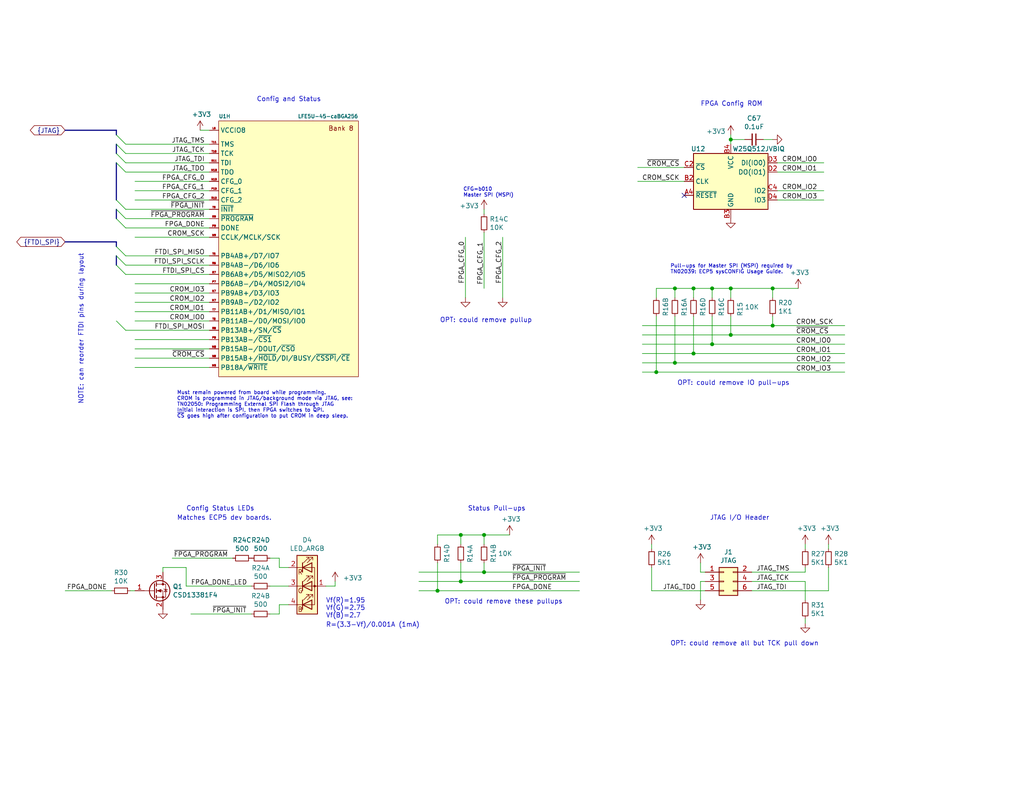
<source format=kicad_sch>
(kicad_sch (version 20200512) (host eeschema "(5.99.0-1839-gb83d64fc0)")
  (page 1 8)
  (paper "USLetter")
  (title_block (title "FPGA Config") (rev "r0A"))
  (junction (at 119.38 161.29))
  (junction (at 125.73 146.05))
  (junction (at 125.73 158.75))
  (junction (at 132.08 146.05))
  (junction (at 132.08 156.21))
  (junction (at 179.07 101.6))
  (junction (at 184.15 78.74))
  (junction (at 184.15 99.06))
  (junction (at 189.23 78.74))
  (junction (at 189.23 96.52))
  (junction (at 194.31 78.74))
  (junction (at 194.31 93.98))
  (junction (at 199.39 38.1))
  (junction (at 199.39 78.74))
  (junction (at 199.39 91.44))
  (junction (at 210.82 78.74))
  (junction (at 210.82 88.9))
  (no_connect (at 186.69 53.34))
  (bus_entry (at 31.75 36.83) (size 2.54 2.54))
  (bus_entry (at 31.75 39.37) (size 2.54 2.54))
  (bus_entry (at 31.75 41.91) (size 2.54 2.54))
  (bus_entry (at 31.75 44.45) (size 2.54 2.54))
  (bus_entry (at 31.75 54.61) (size 2.54 2.54))
  (bus_entry (at 31.75 57.15) (size 2.54 2.54))
  (bus_entry (at 31.75 59.69) (size 2.54 2.54))
  (bus_entry (at 31.75 67.31) (size 2.54 2.54))
  (bus_entry (at 31.75 69.85) (size 2.54 2.54))
  (bus_entry (at 31.75 72.39) (size 2.54 2.54))
  (bus_entry (at 31.75 87.63) (size 2.54 2.54))
  (wire (pts (xy 17.78 161.29) (xy 30.48 161.29)))
  (wire (pts (xy 34.29 39.37) (xy 57.15 39.37)))
  (wire (pts (xy 34.29 41.91) (xy 57.15 41.91)))
  (wire (pts (xy 34.29 44.45) (xy 57.15 44.45)))
  (wire (pts (xy 34.29 46.99) (xy 57.15 46.99)))
  (wire (pts (xy 34.29 57.15) (xy 57.15 57.15)))
  (wire (pts (xy 34.29 59.69) (xy 57.15 59.69)))
  (wire (pts (xy 34.29 62.23) (xy 57.15 62.23)))
  (wire (pts (xy 34.29 69.85) (xy 57.15 69.85)))
  (wire (pts (xy 34.29 72.39) (xy 57.15 72.39)))
  (wire (pts (xy 34.29 74.93) (xy 57.15 74.93)))
  (wire (pts (xy 34.29 90.17) (xy 57.15 90.17)))
  (wire (pts (xy 35.56 161.29) (xy 36.83 161.29)))
  (wire (pts (xy 36.83 49.53) (xy 57.15 49.53)))
  (wire (pts (xy 36.83 52.07) (xy 57.15 52.07)))
  (wire (pts (xy 36.83 54.61) (xy 57.15 54.61)))
  (wire (pts (xy 36.83 64.77) (xy 57.15 64.77)))
  (wire (pts (xy 36.83 77.47) (xy 57.15 77.47)))
  (wire (pts (xy 36.83 80.01) (xy 57.15 80.01)))
  (wire (pts (xy 36.83 82.55) (xy 57.15 82.55)))
  (wire (pts (xy 36.83 85.09) (xy 57.15 85.09)))
  (wire (pts (xy 36.83 87.63) (xy 57.15 87.63)))
  (wire (pts (xy 36.83 92.71) (xy 57.15 92.71)))
  (wire (pts (xy 36.83 95.25) (xy 57.15 95.25)))
  (wire (pts (xy 36.83 97.79) (xy 57.15 97.79)))
  (wire (pts (xy 36.83 100.33) (xy 57.15 100.33)))
  (wire (pts (xy 44.45 154.94) (xy 44.45 156.21)))
  (wire (pts (xy 44.45 154.94) (xy 50.8 154.94)))
  (wire (pts (xy 46.99 152.4) (xy 63.5 152.4)))
  (wire (pts (xy 50.8 154.94) (xy 50.8 160.02)))
  (wire (pts (xy 50.8 160.02) (xy 68.58 160.02)))
  (wire (pts (xy 52.07 167.64) (xy 68.58 167.64)))
  (wire (pts (xy 54.61 35.56) (xy 57.15 35.56)))
  (wire (pts (xy 73.66 160.02) (xy 78.74 160.02)))
  (wire (pts (xy 73.66 167.64) (xy 76.2 167.64)))
  (wire (pts (xy 76.2 152.4) (xy 73.66 152.4)))
  (wire (pts (xy 76.2 154.94) (xy 76.2 152.4)))
  (wire (pts (xy 76.2 165.1) (xy 76.2 167.64)))
  (wire (pts (xy 78.74 154.94) (xy 76.2 154.94)))
  (wire (pts (xy 78.74 165.1) (xy 76.2 165.1)))
  (wire (pts (xy 88.9 160.02) (xy 91.44 160.02)))
  (wire (pts (xy 91.44 158.75) (xy 91.44 160.02)))
  (wire (pts (xy 114.3 156.21) (xy 132.08 156.21)))
  (wire (pts (xy 114.3 158.75) (xy 125.73 158.75)))
  (wire (pts (xy 114.3 161.29) (xy 119.38 161.29)))
  (wire (pts (xy 119.38 146.05) (xy 125.73 146.05)))
  (wire (pts (xy 119.38 148.59) (xy 119.38 146.05)))
  (wire (pts (xy 119.38 153.67) (xy 119.38 161.29)))
  (wire (pts (xy 119.38 161.29) (xy 158.115 161.29)))
  (wire (pts (xy 125.73 146.05) (xy 132.08 146.05)))
  (wire (pts (xy 125.73 148.59) (xy 125.73 146.05)))
  (wire (pts (xy 125.73 158.75) (xy 125.73 153.67)))
  (wire (pts (xy 125.73 158.75) (xy 158.115 158.75)))
  (wire (pts (xy 127 81.28) (xy 127 64.77)))
  (wire (pts (xy 132.08 57.15) (xy 132.08 58.42)))
  (wire (pts (xy 132.08 63.5) (xy 132.08 78.74)))
  (wire (pts (xy 132.08 146.05) (xy 132.08 148.59)))
  (wire (pts (xy 132.08 146.05) (xy 139.065 146.05)))
  (wire (pts (xy 132.08 153.67) (xy 132.08 156.21)))
  (wire (pts (xy 132.08 156.21) (xy 158.115 156.21)))
  (wire (pts (xy 137.16 64.77) (xy 137.16 81.28)))
  (wire (pts (xy 173.99 49.53) (xy 186.69 49.53)))
  (wire (pts (xy 175.26 88.9) (xy 210.82 88.9)))
  (wire (pts (xy 175.26 91.44) (xy 199.39 91.44)))
  (wire (pts (xy 175.26 93.98) (xy 194.31 93.98)))
  (wire (pts (xy 175.26 96.52) (xy 189.23 96.52)))
  (wire (pts (xy 175.26 99.06) (xy 184.15 99.06)))
  (wire (pts (xy 175.26 101.6) (xy 179.07 101.6)))
  (wire (pts (xy 177.8 148.59) (xy 177.8 149.86)))
  (wire (pts (xy 177.8 154.94) (xy 177.8 161.29)))
  (wire (pts (xy 177.8 161.29) (xy 192.405 161.29)))
  (wire (pts (xy 179.07 78.74) (xy 179.07 81.28)))
  (wire (pts (xy 179.07 86.36) (xy 179.07 101.6)))
  (wire (pts (xy 179.07 101.6) (xy 230.505 101.6)))
  (wire (pts (xy 184.15 78.74) (xy 179.07 78.74)))
  (wire (pts (xy 184.15 78.74) (xy 184.15 81.28)))
  (wire (pts (xy 184.15 78.74) (xy 189.23 78.74)))
  (wire (pts (xy 184.15 86.36) (xy 184.15 99.06)))
  (wire (pts (xy 184.15 99.06) (xy 230.505 99.06)))
  (wire (pts (xy 186.69 45.72) (xy 173.99 45.72)))
  (wire (pts (xy 189.23 78.74) (xy 189.23 81.28)))
  (wire (pts (xy 189.23 78.74) (xy 194.31 78.74)))
  (wire (pts (xy 189.23 96.52) (xy 189.23 86.36)))
  (wire (pts (xy 189.23 96.52) (xy 230.505 96.52)))
  (wire (pts (xy 191.135 153.67) (xy 191.135 156.21)))
  (wire (pts (xy 191.135 158.75) (xy 192.405 158.75)))
  (wire (pts (xy 191.135 163.83) (xy 191.135 158.75)))
  (wire (pts (xy 192.405 156.21) (xy 191.135 156.21)))
  (wire (pts (xy 194.31 78.74) (xy 194.31 81.28)))
  (wire (pts (xy 194.31 78.74) (xy 199.39 78.74)))
  (wire (pts (xy 194.31 93.98) (xy 194.31 86.36)))
  (wire (pts (xy 194.31 93.98) (xy 230.505 93.98)))
  (wire (pts (xy 199.39 36.83) (xy 199.39 38.1)))
  (wire (pts (xy 199.39 38.1) (xy 199.39 39.37)))
  (wire (pts (xy 199.39 38.1) (xy 203.2 38.1)))
  (wire (pts (xy 199.39 78.74) (xy 199.39 81.28)))
  (wire (pts (xy 199.39 78.74) (xy 210.82 78.74)))
  (wire (pts (xy 199.39 86.36) (xy 199.39 91.44)))
  (wire (pts (xy 199.39 91.44) (xy 230.505 91.44)))
  (wire (pts (xy 205.105 156.21) (xy 219.71 156.21)))
  (wire (pts (xy 205.105 158.75) (xy 219.71 158.75)))
  (wire (pts (xy 205.105 161.29) (xy 226.06 161.29)))
  (wire (pts (xy 208.28 38.1) (xy 210.82 38.1)))
  (wire (pts (xy 210.82 78.74) (xy 210.82 81.28)))
  (wire (pts (xy 210.82 78.74) (xy 217.805 78.74)))
  (wire (pts (xy 210.82 86.36) (xy 210.82 88.9)))
  (wire (pts (xy 210.82 88.9) (xy 230.505 88.9)))
  (wire (pts (xy 212.09 46.99) (xy 224.79 46.99)))
  (wire (pts (xy 212.09 52.07) (xy 224.79 52.07)))
  (wire (pts (xy 219.71 148.59) (xy 219.71 149.86)))
  (wire (pts (xy 219.71 156.21) (xy 219.71 154.94)))
  (wire (pts (xy 219.71 158.75) (xy 219.71 163.83)))
  (wire (pts (xy 219.71 168.91) (xy 219.71 170.18)))
  (wire (pts (xy 224.79 44.45) (xy 212.09 44.45)))
  (wire (pts (xy 224.79 54.61) (xy 212.09 54.61)))
  (wire (pts (xy 226.06 148.59) (xy 226.06 149.86)))
  (wire (pts (xy 226.06 161.29) (xy 226.06 154.94)))
  (bus (pts (xy 17.78 35.56) (xy 31.75 35.56)))
  (bus (pts (xy 17.78 66.04) (xy 31.75 66.04)))
  (bus (pts (xy 31.75 35.56) (xy 31.75 39.37)))
  (bus (pts (xy 31.75 39.37) (xy 31.75 44.45)))
  (bus (pts (xy 31.75 44.45) (xy 31.75 57.15)))
  (bus (pts (xy 31.75 57.15) (xy 31.75 59.69)))
  (bus (pts (xy 31.75 66.04) (xy 31.75 69.85)))
  (bus (pts (xy 31.75 69.85) (xy 31.75 87.63)))
  (text "NOTE: can reorder FTDI pins during layout" (at 22.86 110.49 90) (effects (font (size 1.27 1.27)) (justify left bottom)))
  (text "Must remain powered from board while programming.\nCROM is programmed in JTAG/background mode via JTAG, see:\nTN02050: Programming External SPI Flash through JTAG\nInitial interaction is SPI, then FPGA switches to QPI.\n~CS~ goes high after configuration to put CROM in deep sleep." (at 48.26 114.3 0) (effects (font (size 0.9906 0.9906)) (justify left bottom)))
  (text "Matches ECP5 dev boards." (at 48.26 142.24 0) (effects (font (size 1.27 1.27)) (justify left bottom)))
  (text "Config Status LEDs" (at 50.8 139.7 0) (effects (font (size 1.27 1.27)) (justify left bottom)))
  (text "Config and Status" (at 87.63 27.94 180) (effects (font (size 1.27 1.27)) (justify right bottom)))
  (text "Vf(R)=1.95\nVf(G)=2.75\nVf(B)=2.7" (at 88.9 168.91 0) (effects (font (size 1.27 1.27)) (justify left bottom)))
  (text "R=(3.3-Vf)/0.001A (1mA)" (at 88.9 171.45 0) (effects (font (size 1.27 1.27)) (justify left bottom)))
  (text "OPT: could remove pullup" (at 120.015 88.265 0) (effects (font (size 1.27 1.27)) (justify left bottom)))
  (text "OPT: could remove these pullups" (at 121.285 165.1 0) (effects (font (size 1.27 1.27)) (justify left bottom)))
  (text "CFG=b010\nMaster SPI (MSPI)" (at 126.365 53.975 0) (effects (font (size 0.9906 0.9906)) (justify left bottom)))
  (text "Status Pull-ups" (at 127.635 139.7 0) (effects (font (size 1.27 1.27)) (justify left bottom)))
  (text "Pull-ups for Master SPI (MSPI) required by\nTN02039: ECP5 sysCONFIG Usage Guide." (at 182.88 74.93 0) (effects (font (size 0.9906 0.9906)) (justify left bottom)))
  (text "OPT: could remove all but TCK pull down" (at 182.88 176.53 0) (effects (font (size 1.27 1.27)) (justify left bottom)))
  (text "OPT: could remove IO pull-ups" (at 184.785 105.41 0) (effects (font (size 1.27 1.27)) (justify left bottom)))
  (text "FPGA Config ROM" (at 191.135 29.21 0) (effects (font (size 1.27 1.27)) (justify left bottom)))
  (text "JTAG I/O Header" (at 193.675 142.24 0) (effects (font (size 1.27 1.27)) (justify left bottom)))
  (label "FPGA_DONE" (at 29.21 161.29 180))
  (label "FPGA_DONE_LED" (at 52.07 160.02 0))
  (label "JTAG_TMS" (at 55.88 39.37 180))
  (label "JTAG_TCK" (at 55.88 41.91 180))
  (label "JTAG_TDI" (at 55.88 44.45 180))
  (label "JTAG_TDO" (at 55.88 46.99 180))
  (label "FPGA_CFG_0" (at 55.88 49.53 180))
  (label "FPGA_CFG_1" (at 55.88 52.07 180))
  (label "FPGA_CFG_2" (at 55.88 54.61 180))
  (label "~FPGA_INIT" (at 55.88 57.15 180))
  (label "~FPGA_PROGRAM" (at 55.88 59.69 180))
  (label "FPGA_DONE" (at 55.88 62.23 180))
  (label "CROM_SCK" (at 55.88 64.77 180))
  (label "FTDI_SPI_MISO" (at 55.88 69.85 180))
  (label "FTDI_SPI_SCLK" (at 55.88 72.39 180))
  (label "FTDI_SPI_CS" (at 55.88 74.93 180))
  (label "CROM_IO3" (at 55.88 80.01 180))
  (label "CROM_IO2" (at 55.88 82.55 180))
  (label "CROM_IO1" (at 55.88 85.09 180))
  (label "CROM_IO0" (at 55.88 87.63 180))
  (label "FTDI_SPI_MOSI" (at 55.88 90.17 180))
  (label "~CROM_CS" (at 55.88 97.79 180))
  (label "~FPGA_PROGRAM" (at 62.23 152.4 180))
  (label "~FPGA_INIT" (at 67.31 167.64 180))
  (label "FPGA_CFG_0" (at 127 77.47 90))
  (label "FPGA_CFG_1" (at 132.08 66.04 270))
  (label "FPGA_CFG_2" (at 137.16 77.47 90))
  (label "~FPGA_INIT" (at 139.7 156.21 0))
  (label "~FPGA_PROGRAM" (at 139.7 158.75 0))
  (label "FPGA_DONE" (at 139.7 161.29 0))
  (label "~CROM_CS" (at 185.42 45.72 180))
  (label "CROM_SCK" (at 185.42 49.53 180))
  (label "JTAG_TDO" (at 189.865 161.29 180))
  (label "JTAG_TMS" (at 206.375 156.21 0))
  (label "JTAG_TCK" (at 206.375 158.75 0))
  (label "JTAG_TDI" (at 206.375 161.29 0))
  (label "CROM_IO0" (at 213.36 44.45 0))
  (label "CROM_IO1" (at 213.36 46.99 0))
  (label "CROM_IO2" (at 213.36 52.07 0))
  (label "CROM_IO3" (at 213.36 54.61 0))
  (label "CROM_SCK" (at 217.17 88.9 0))
  (label "~CROM_CS" (at 217.17 91.44 0))
  (label "CROM_IO0" (at 217.17 93.98 0))
  (label "CROM_IO1" (at 217.17 96.52 0))
  (label "CROM_IO2" (at 217.17 99.06 0))
  (label "CROM_IO3" (at 217.17 101.6 0))
  (global_label "{JTAG}" (shape tri_state) (at 17.78 35.56 180))
  (global_label "{FTDI_SPI}" (shape tri_state) (at 17.78 66.04 180))
  (symbol (lib_id "power:+3V3") (at 54.61 35.56 0) (unit 1)
    (property "Reference" "#PWR0143" (effects hide))
    (property "Value" "+3V3" (at 54.9783 31.2356 0))
  )
  (symbol (lib_id "power:+3V3") (at 91.44 158.75 0) (unit 1)
    (property "Reference" "#PWR0206" (effects hide))
    (property "Value" "+3V3" (at 93.5737 157.7975 0) (effects (justify left)))
  )
  (symbol (lib_id "power:+3V3") (at 132.08 57.15 0) (unit 1)
    (property "Reference" "#PWR0144" (effects hide))
    (property "Value" "+3V3" (at 130.6829 56.1975 0) (effects (justify right)))
  )
  (symbol (lib_id "power:+3V3") (at 139.065 146.05 0) (unit 1)
    (property "Reference" "#PWR0145" (effects hide))
    (property "Value" "+3V3" (at 139.4333 141.7256 0))
  )
  (symbol (lib_id "power:+3V3") (at 177.8 148.59 0) (unit 1)
    (property "Reference" "#PWR0148" (effects hide))
    (property "Value" "+3V3" (at 178.1683 144.2656 0))
  )
  (symbol (lib_id "power:+3V3") (at 191.135 153.67 0) (unit 1)
    (property "Reference" "#PWR0229" (effects hide))
    (property "Value" "+3V3" (at 191.5033 149.3456 0))
  )
  (symbol (lib_id "power:+3V3") (at 199.39 36.83 0) (unit 1)
    (property "Reference" "#PWR0146" (effects hide))
    (property "Value" "+3V3" (at 197.9929 35.8775 0) (effects (justify right)))
  )
  (symbol (lib_id "power:+3V3") (at 217.805 78.74 0) (unit 1)
    (property "Reference" "#PWR0147" (effects hide))
    (property "Value" "+3V3" (at 218.1733 74.4156 0))
  )
  (symbol (lib_id "power:+3V3") (at 219.71 148.59 0) (unit 1)
    (property "Reference" "#PWR0149" (effects hide))
    (property "Value" "+3V3" (at 220.0783 144.2656 0))
  )
  (symbol (lib_id "power:+3V3") (at 226.06 148.59 0) (unit 1)
    (property "Reference" "#PWR0150" (effects hide))
    (property "Value" "+3V3" (at 226.4283 144.2656 0))
  )
  (symbol (lib_id "power:GND") (at 44.45 166.37 0) (unit 1)
    (property "Reference" "#PWR071" (effects hide))
    (property "Value" "GND" (effects hide))
  )
  (symbol (lib_id "power:GND") (at 127 81.28 0) (unit 1)
    (property "Reference" "#PWR0178" (effects hide))
    (property "Value" "GND" (effects hide))
  )
  (symbol (lib_id "power:GND") (at 137.16 81.28 0) (unit 1)
    (property "Reference" "#PWR0179" (effects hide))
    (property "Value" "GND" (effects hide))
  )
  (symbol (lib_id "power:GND") (at 191.135 163.83 0) (unit 1)
    (property "Reference" "#PWR0180" (effects hide))
    (property "Value" "GND" (effects hide))
  )
  (symbol (lib_id "power:GND") (at 199.39 59.69 0) (unit 1)
    (property "Reference" "#PWR0177" (effects hide))
    (property "Value" "GND" (effects hide))
  )
  (symbol (lib_id "power:GND") (at 210.82 38.1 90) (unit 1)
    (property "Reference" "#PWR0176" (effects hide))
    (property "Value" "GND" (effects hide))
  )
  (symbol (lib_id "power:GND") (at 219.71 170.18 0) (unit 1)
    (property "Reference" "#PWR0181" (effects hide))
    (property "Value" "GND" (effects hide))
  )
  (symbol (lib_name "Device:R_Small_9") (lib_id "Device:R_Small") (at 33.02 161.29 270) (mirror x) (unit 1)
    (property "Reference" "R30" (at 33.02 156.3432 90))
    (property "Value" "10K" (at 33.02 158.642 90))
    (property "Footprint" "Resistor_SMD_RD:R_0402_1005Metric" (effects hide))
  )
  (symbol (lib_name "Device_RD:R_Pack04_Small_Split_2") (lib_id "Device_RD:R_Pack04_Small_Split") (at 66.04 152.4 90) (unit 3)
    (property "Reference" "R24" (at 66.04 147.4532 90))
    (property "Value" "500" (at 66.04 149.752 90))
    (property "Footprint" "Resistor_SMD:R_Array_Concave_4x0402" (effects hide))
  )
  (symbol (lib_name "Device_RD:R_Pack04_Small_Split_3") (lib_id "Device_RD:R_Pack04_Small_Split") (at 71.12 152.4 90) (unit 4)
    (property "Reference" "R24" (at 71.12 147.4532 90))
    (property "Value" "500" (at 71.12 149.752 90))
    (property "Footprint" "Resistor_SMD:R_Array_Concave_4x0402" (effects hide))
  )
  (symbol (lib_id "Device_RD:R_Pack04_Small_Split") (at 71.12 160.02 90) (unit 1)
    (property "Reference" "R24" (at 71.12 155.0732 90))
    (property "Value" "500" (at 71.12 157.372 90))
    (property "Footprint" "Resistor_SMD:R_Array_Concave_4x0402" (effects hide))
  )
  (symbol (lib_name "Device_RD:R_Pack04_Small_Split_1") (lib_id "Device_RD:R_Pack04_Small_Split") (at 71.12 167.64 90) (unit 2)
    (property "Reference" "R24" (at 71.12 162.6932 90))
    (property "Value" "500" (at 71.12 164.992 90))
    (property "Footprint" "Resistor_SMD:R_Array_Concave_4x0402" (effects hide))
  )
  (symbol (lib_name "Device_RD:R_Pack04_Small_Split_7") (lib_id "Device_RD:R_Pack04_Small_Split") (at 119.38 151.13 0) (unit 4)
    (property "Reference" "R14" (at 121.92 153.67 90) (effects (justify left)))
    (property "Value" "10K" (effects hide))
    (property "Footprint" "Resistor_SMD:R_Array_Concave_4x0402" (effects hide))
  )
  (symbol (lib_name "Device_RD:R_Pack04_Small_Split_5") (lib_id "Device_RD:R_Pack04_Small_Split") (at 125.73 151.13 0) (unit 1)
    (property "Reference" "R14" (at 128.27 153.67 90) (effects (justify left)))
    (property "Value" "10K" (effects hide))
    (property "Footprint" "Resistor_SMD:R_Array_Concave_4x0402" (effects hide))
  )
  (symbol (lib_name "Device_RD:R_Pack04_Small_Split_4") (lib_id "Device_RD:R_Pack04_Small_Split") (at 132.08 60.96 0) (unit 3)
    (property "Reference" "R14" (at 133.5787 59.8106 0) (effects (justify left)))
    (property "Value" "10K" (at 133.579 62.109 0) (effects (justify left)))
    (property "Footprint" "Resistor_SMD:R_Array_Concave_4x0402" (effects hide))
  )
  (symbol (lib_name "Device_RD:R_Pack04_Small_Split_6") (lib_id "Device_RD:R_Pack04_Small_Split") (at 132.08 151.13 0) (unit 2)
    (property "Reference" "R14" (at 134.62 153.67 90) (effects (justify left)))
    (property "Value" "10K" (at 135.89 151.13 0) (effects (justify left)))
    (property "Footprint" "Resistor_SMD:R_Array_Concave_4x0402" (effects hide))
  )
  (symbol (lib_name "Device:R_Small_13") (lib_id "Device:R_Small") (at 177.8 152.4 180) (unit 1)
    (property "Reference" "R26" (at 179.2986 151.2316 0) (effects (justify right)))
    (property "Value" "5K1" (at 179.2986 153.543 0) (effects (justify right)))
    (property "Footprint" "Resistor_SMD_RD:R_0402_1005Metric" (effects hide))
  )
  (symbol (lib_name "Device_RD:R_Pack04_Small_Split_9") (lib_id "Device_RD:R_Pack04_Small_Split") (at 179.07 83.82 0) (unit 2)
    (property "Reference" "R16" (at 181.61 86.36 90) (effects (justify left)))
    (property "Value" "10K" (effects hide))
    (property "Footprint" "Resistor_SMD:R_Array_Concave_4x0402" (effects hide))
  )
  (symbol (lib_name "Device_RD:R_Pack04_Small_Split_8") (lib_id "Device_RD:R_Pack04_Small_Split") (at 184.15 83.82 0) (unit 1)
    (property "Reference" "R16" (at 186.69 86.36 90) (effects (justify left)))
    (property "Value" "10K" (effects hide))
    (property "Footprint" "Resistor_SMD:R_Array_Concave_4x0402" (effects hide))
  )
  (symbol (lib_name "Device_RD:R_Pack04_Small_Split_11") (lib_id "Device_RD:R_Pack04_Small_Split") (at 189.23 83.82 0) (unit 4)
    (property "Reference" "R16" (at 191.77 86.36 90) (effects (justify left)))
    (property "Value" "10K" (effects hide))
    (property "Footprint" "Resistor_SMD:R_Array_Concave_4x0402" (effects hide))
  )
  (symbol (lib_name "Device_RD:R_Pack04_Small_Split_10") (lib_id "Device_RD:R_Pack04_Small_Split") (at 194.31 83.82 0) (unit 3)
    (property "Reference" "R16" (at 196.85 86.36 90) (effects (justify left)))
    (property "Value" "10K" (effects hide))
    (property "Footprint" "Resistor_SMD:R_Array_Concave_4x0402" (effects hide))
  )
  (symbol (lib_name "Device:R_Small_1") (lib_id "Device:R_Small") (at 199.39 83.82 180) (unit 1)
    (property "Reference" "R15" (at 201.93 86.36 90) (effects (justify right)))
    (property "Value" "10K" (at 203.2 83.82 0) (effects (justify right)))
    (property "Footprint" "Resistor_SMD_RD:R_0402_1005Metric" (effects hide))
  )
  (symbol (lib_id "Device:R_Small") (at 210.82 83.82 180) (unit 1)
    (property "Reference" "R20" (at 212.3186 82.6516 0) (effects (justify right)))
    (property "Value" "1K1" (at 212.3186 84.963 0) (effects (justify right)))
    (property "Footprint" "Resistor_SMD_RD:R_0402_1005Metric" (effects hide))
  )
  (symbol (lib_name "Device:R_Small_12") (lib_id "Device:R_Small") (at 219.71 152.4 180) (unit 1)
    (property "Reference" "R27" (at 221.2086 151.2316 0) (effects (justify right)))
    (property "Value" "5K1" (at 221.2086 153.543 0) (effects (justify right)))
    (property "Footprint" "Resistor_SMD_RD:R_0402_1005Metric" (effects hide))
  )
  (symbol (lib_name "Device:R_Small_11") (lib_id "Device:R_Small") (at 219.71 166.37 180) (unit 1)
    (property "Reference" "R31" (at 221.2086 165.2016 0) (effects (justify right)))
    (property "Value" "5K1" (at 221.2086 167.513 0) (effects (justify right)))
    (property "Footprint" "Resistor_SMD_RD:R_0402_1005Metric" (effects hide))
  )
  (symbol (lib_name "Device:R_Small_10") (lib_id "Device:R_Small") (at 226.06 152.4 180) (unit 1)
    (property "Reference" "R28" (at 227.5586 151.2316 0) (effects (justify right)))
    (property "Value" "5K1" (at 227.5586 153.543 0) (effects (justify right)))
    (property "Footprint" "Resistor_SMD_RD:R_0402_1005Metric" (effects hide))
  )
  (symbol (lib_id "Device:C_Small") (at 205.74 38.1 270) (unit 1)
    (property "Reference" "C67" (at 205.74 32.2834 90))
    (property "Value" "0.1uF" (at 205.74 34.5948 90))
    (property "Footprint" "Capacitor_SMD_RD:C_0402_1005Metric" (effects hide))
  )
  (symbol (lib_id "Connector_Generic:Conn_02x03_Odd_Even") (at 197.485 158.75 0) (unit 1)
    (property "Reference" "J1" (at 198.755 150.698 0))
    (property "Value" "JTAG" (at 198.755 153.0096 0))
    (property "Footprint" "Connector_RD:Tag-Connect_TC2030-IDC-NL_2x03_P1.27mm_Vertical_Outlined" (effects hide))
    (property "Datasheet" "http://www.tag-connect.com/Materials/TC2030-IDC-NL.pdf" (effects hide))
  )
  (symbol (lib_id "Transistor_FET:BSS123") (at 41.91 161.29 0) (unit 1)
    (property "Reference" "Q1" (at 47.117 160.141 0) (effects (justify left)))
    (property "Value" "CSD13381F4" (at 47.1171 162.4393 0) (effects (justify left)))
    (property "Footprint" "Package_DFN_QFN_RD:Texas_DFN100X60X35-3N" (effects hide))
    (property "Datasheet" "http://www.ti.com/lit/ds/symlink/csd13381f4.pdf?HQS=TI-null-null-digikeymode-df-pf-null-wwe&ts=1590708941594" (effects hide))
  )
  (symbol (lib_id "Device:LED_ARGB") (at 83.82 160.02 0) (unit 1)
    (property "Reference" "D4" (at 83.82 147.428 0))
    (property "Value" "LED_ARGB" (at 83.82 149.7265 0))
    (property "Footprint" "LED_SMD_RD:SML-LX0404SIUPGUSB" (effects hide))
    (property "Datasheet" "https://www.lumex.com/spec/SML-LX0404SIUPGUSB.pdf" (effects hide))
    (property "Part" "SML-LX0404SIUPGUSB" (effects hide))
  )
  (symbol (lib_id "Memory_Flash_RD:W25Q512JVBIQ") (at 199.39 49.53 0) (unit 1)
    (property "Reference" "U12" (at 190.5 40.64 0))
    (property "Value" "W25Q512JVBIQ" (at 207.01 40.64 0))
    (property "Footprint" "Package_BGA_RD:Winbond_TFBGA-24-5x5mm_P1.0mm" (effects hide))
    (property "Datasheet" "https://www.winbond.com/resource-files/W25Q512JV%20SPI%20RevB%2006252019%20KMS.pdf" (effects hide))
  )
  (symbol (lib_name "FPGA_Lattice_RD:LFE5U-XX-XBG256_8") (lib_id "FPGA_Lattice_RD:LFE5U-XX-XBG256") (at 77.47 50.8 0) (unit 8)
    (property "Reference" "U1" (at 59.69 31.75 0) (effects (font (size 0.991 0.991)) (justify left)))
    (property "Value" "LFE5U-45-caBGA256" (at 81.28 31.75 0) (effects (font (size 0.991 0.991)) (justify left)))
    (property "Footprint" "Package_BGA_RD:Lattice_caBGA-256_14x14mm_P0.8mm" (effects hide))
    (property "Datasheet" "http://www.latticesemi.com/view_document?document_id=50461" (effects hide))
  )
)
</source>
